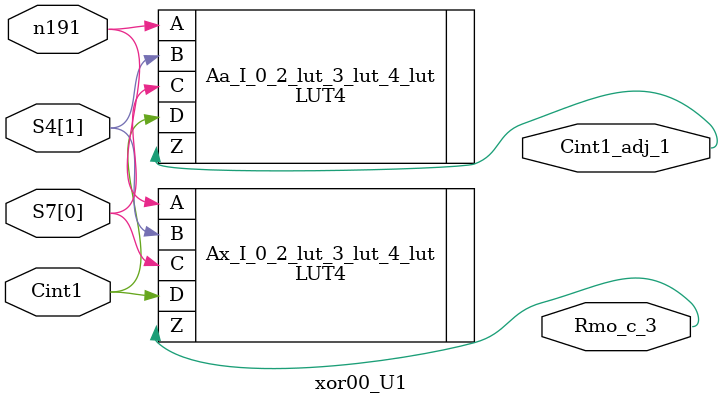
<source format=v>

module mult4bit00 (Ami, Bmi, Rmo);   // /home/nexus/Code/VHDL/Arquitectura/mult4bit00/mult4bit00.vhdl(7[8:18])
    input [3:0]Ami;   // /home/nexus/Code/VHDL/Arquitectura/mult4bit00/mult4bit00.vhdl(9[3:6])
    input [3:0]Bmi;   // /home/nexus/Code/VHDL/Arquitectura/mult4bit00/mult4bit00.vhdl(10[3:6])
    output [7:0]Rmo;   // /home/nexus/Code/VHDL/Arquitectura/mult4bit00/mult4bit00.vhdl(11[3:6])
    
    
    wire Ami_c_3, Ami_c_2, Ami_c_1, Ami_c_0, Bmi_c_3, Bmi_c_2, Bmi_c_1, 
        Bmi_c_0, Rmo_c_7, Rmo_c_6, Rmo_c_5, Rmo_c_4, Rmo_c_3, Rmo_c_2, 
        Rmo_c_1, Rmo_c_0;
    wire [2:0]S3;   // /home/nexus/Code/VHDL/Arquitectura/mult4bit00/mult4bit00.vhdl(17[12:14])
    wire [2:0]S8;   // /home/nexus/Code/VHDL/Arquitectura/mult4bit00/mult4bit00.vhdl(17[20:22])
    
    wire n187;
    wire [3:0]S2;   // /home/nexus/Code/VHDL/Arquitectura/mult4bit00/mult4bit00.vhdl(18[12:14])
    wire [3:0]S4;   // /home/nexus/Code/VHDL/Arquitectura/mult4bit00/mult4bit00.vhdl(18[16:18])
    wire [3:0]S5;   // /home/nexus/Code/VHDL/Arquitectura/mult4bit00/mult4bit00.vhdl(18[20:22])
    wire [3:0]S7;   // /home/nexus/Code/VHDL/Arquitectura/mult4bit00/mult4bit00.vhdl(18[23:25])
    
    wire GND_net, n186, Cint1, n198, n197, Cint1_adj_4, n193, 
        n192, n191, VCC_net, n188;
    
    VLO i101 (.Z(GND_net));
    IB Ami_pad_0 (.I(Ami[0]), .O(Ami_c_0));   // /home/nexus/Code/VHDL/Arquitectura/mult4bit00/mult4bit00.vhdl(9[3:6])
    PUR PUR_INST (.PUR(VCC_net));
    defparam PUR_INST.RST_PULSE = 1;
    IB Ami_pad_1 (.I(Ami[1]), .O(Ami_c_1));   // /home/nexus/Code/VHDL/Arquitectura/mult4bit00/mult4bit00.vhdl(9[3:6])
    IB Ami_pad_2 (.I(Ami[2]), .O(Ami_c_2));   // /home/nexus/Code/VHDL/Arquitectura/mult4bit00/mult4bit00.vhdl(9[3:6])
    IB Ami_pad_3 (.I(Ami[3]), .O(Ami_c_3));   // /home/nexus/Code/VHDL/Arquitectura/mult4bit00/mult4bit00.vhdl(9[3:6])
    OB Rmo_pad_0 (.I(Rmo_c_0), .O(Rmo[0]));   // /home/nexus/Code/VHDL/Arquitectura/mult4bit00/mult4bit00.vhdl(11[3:6])
    OB Rmo_pad_1 (.I(Rmo_c_1), .O(Rmo[1]));   // /home/nexus/Code/VHDL/Arquitectura/mult4bit00/mult4bit00.vhdl(11[3:6])
    OB Rmo_pad_2 (.I(Rmo_c_2), .O(Rmo[2]));   // /home/nexus/Code/VHDL/Arquitectura/mult4bit00/mult4bit00.vhdl(11[3:6])
    OB Rmo_pad_3 (.I(Rmo_c_3), .O(Rmo[3]));   // /home/nexus/Code/VHDL/Arquitectura/mult4bit00/mult4bit00.vhdl(11[3:6])
    OB Rmo_pad_4 (.I(Rmo_c_4), .O(Rmo[4]));   // /home/nexus/Code/VHDL/Arquitectura/mult4bit00/mult4bit00.vhdl(11[3:6])
    OB Rmo_pad_5 (.I(Rmo_c_5), .O(Rmo[5]));   // /home/nexus/Code/VHDL/Arquitectura/mult4bit00/mult4bit00.vhdl(11[3:6])
    OB Rmo_pad_6 (.I(Rmo_c_6), .O(Rmo[6]));   // /home/nexus/Code/VHDL/Arquitectura/mult4bit00/mult4bit00.vhdl(11[3:6])
    OB Rmo_pad_7 (.I(Rmo_c_7), .O(Rmo[7]));   // /home/nexus/Code/VHDL/Arquitectura/mult4bit00/mult4bit00.vhdl(11[3:6])
    and00_U22 MU07 (.Ami_c_3(Ami_c_3), .Bmi_c_1(Bmi_c_1), .n198(n198), 
            .n193(n193), .Bmi_c_2(Bmi_c_2), .n186(n186), .\S4[2] (S4[2]), 
            .n188(n188));   // /home/nexus/Code/VHDL/Arquitectura/mult4bit00/mult4bit00.vhdl(63[8:13])
    and00_U25 MU01 (.Ami_c_1(Ami_c_1), .Bmi_c_0(Bmi_c_0), .Bmi_c_1(Bmi_c_1), 
            .Ami_c_0(Ami_c_0), .Rmo_c_1(Rmo_c_1));   // /home/nexus/Code/VHDL/Arquitectura/mult4bit00/mult4bit00.vhdl(27[8:13])
    and00_U23 MU06 (.Ami_c_2(Ami_c_2), .Bmi_c_1(Bmi_c_1), .\S2[1] (S2[1]), 
            .n197(n197), .n191(n191), .n193(n193));   // /home/nexus/Code/VHDL/Arquitectura/mult4bit00/mult4bit00.vhdl(57[8:13])
    fa00_U14 MU18 (.\S5[1] (S5[1]), .n188(n188), .Cint1(Cint1_adj_4), 
            .\S7[1] (S7[1]), .Rmo_c_4(Rmo_c_4), .\S8[1] (S8[1]));   // /home/nexus/Code/VHDL/Arquitectura/mult4bit00/mult4bit00.vhdl(142[8:12])
    and00_U13 MU20 (.Ami_c_0(Ami_c_0), .Bmi_c_3(Bmi_c_3), .\S7[0] (S7[0]));   // /home/nexus/Code/VHDL/Arquitectura/mult4bit00/mult4bit00.vhdl(159[8:13])
    and00_U17 MU13 (.Ami_c_1(Ami_c_1), .Bmi_c_2(Bmi_c_2), .\S4[1] (S4[1]));   // /home/nexus/Code/VHDL/Arquitectura/mult4bit00/mult4bit00.vhdl(108[8:13])
    and00_U12 MU21 (.Ami_c_1(Ami_c_1), .Bmi_c_3(Bmi_c_3), .\S7[1] (S7[1]));   // /home/nexus/Code/VHDL/Arquitectura/mult4bit00/mult4bit00.vhdl(165[8:13])
    fa00_U21 MU09 (.Bmi_c_0(Bmi_c_0), .Bmi_c_1(Bmi_c_1), .Ami_c_1(Ami_c_1), 
            .\S2[1] (S2[1]), .Ami_c_2(Ami_c_2), .Ami_c_0(Ami_c_0), .\S3[0] (S3[0]));   // /home/nexus/Code/VHDL/Arquitectura/mult4bit00/mult4bit00.vhdl(77[8:12])
    and00_U10 MU23 (.Ami_c_3(Ami_c_3), .Bmi_c_3(Bmi_c_3), .\S8[2] (S8[2]), 
            .n187(n187), .Rmo_c_6(Rmo_c_6), .Rmo_c_7(Rmo_c_7));   // /home/nexus/Code/VHDL/Arquitectura/mult4bit00/mult4bit00.vhdl(177[8:13])
    and00_U16 MU14 (.Ami_c_2(Ami_c_2), .Bmi_c_2(Bmi_c_2), .\S4[2] (S4[2]));   // /home/nexus/Code/VHDL/Arquitectura/mult4bit00/mult4bit00.vhdl(114[8:13])
    fa00 MU19 (.\S5[2] (S5[2]), .n186(n186), .\S8[1] (S8[1]), .\S7[2] (S7[2]), 
         .Rmo_c_5(Rmo_c_5), .\S8[2] (S8[2]));   // /home/nexus/Code/VHDL/Arquitectura/mult4bit00/mult4bit00.vhdl(151[8:12])
    fa00_U20 MU10 (.\S2[1] (S2[1]), .n192(n192), .Cint1(Cint1), .\S4[1] (S4[1]), 
            .\S5[1] (S5[1]));   // /home/nexus/Code/VHDL/Arquitectura/mult4bit00/mult4bit00.vhdl(85[8:12])
    and00_U24 MU03 (.Ami_c_3(Ami_c_3), .Bmi_c_0(Bmi_c_0), .n197(n197), 
            .Bmi_c_1(Bmi_c_1), .Ami_c_2(Ami_c_2), .n192(n192));   // /home/nexus/Code/VHDL/Arquitectura/mult4bit00/mult4bit00.vhdl(39[8:13])
    and00_U18 MU12 (.Ami_c_0(Ami_c_0), .Bmi_c_2(Bmi_c_2), .\S3[0] (S3[0]), 
            .Rmo_c_2(Rmo_c_2), .Cint1(Cint1));   // /home/nexus/Code/VHDL/Arquitectura/mult4bit00/mult4bit00.vhdl(102[8:13])
    GSR GSR_INST (.GSR(VCC_net));
    IB Bmi_pad_0 (.I(Bmi[0]), .O(Bmi_c_0));   // /home/nexus/Code/VHDL/Arquitectura/mult4bit00/mult4bit00.vhdl(10[3:6])
    IB Bmi_pad_1 (.I(Bmi[1]), .O(Bmi_c_1));   // /home/nexus/Code/VHDL/Arquitectura/mult4bit00/mult4bit00.vhdl(10[3:6])
    IB Bmi_pad_2 (.I(Bmi[2]), .O(Bmi_c_2));   // /home/nexus/Code/VHDL/Arquitectura/mult4bit00/mult4bit00.vhdl(10[3:6])
    IB Bmi_pad_3 (.I(Bmi[3]), .O(Bmi_c_3));   // /home/nexus/Code/VHDL/Arquitectura/mult4bit00/mult4bit00.vhdl(10[3:6])
    and00_U11 MU22 (.Ami_c_2(Ami_c_2), .Bmi_c_3(Bmi_c_3), .\S7[2] (S7[2]));   // /home/nexus/Code/VHDL/Arquitectura/mult4bit00/mult4bit00.vhdl(171[8:13])
    and00_U26 MU00 (.Ami_c_0(Ami_c_0), .Bmi_c_0(Bmi_c_0), .Rmo_c_0(Rmo_c_0));   // /home/nexus/Code/VHDL/Arquitectura/mult4bit00/mult4bit00.vhdl(21[8:13])
    fa00_U19 MU11 (.n193(n193), .n198(n198), .\S5[1] (S5[1]), .\S4[2] (S4[2]), 
            .\S5[2] (S5[2]), .n187(n187), .Bmi_c_2(Bmi_c_2), .Ami_c_3(Ami_c_3), 
            .Bmi_c_1(Bmi_c_1));   // /home/nexus/Code/VHDL/Arquitectura/mult4bit00/mult4bit00.vhdl(94[8:12])
    fa00_U15 MU17 (.n191(n191), .\S4[1] (S4[1]), .\S7[0] (S7[0]), .Cint1(Cint1), 
            .Rmo_c_3(Rmo_c_3), .Cint1_adj_3(Cint1_adj_4));   // /home/nexus/Code/VHDL/Arquitectura/mult4bit00/mult4bit00.vhdl(134[8:12])
    TSALL TSALL_INST (.TSALL(GND_net));
    VHI i102 (.Z(VCC_net));
    
endmodule
//
// Verilog Description of module PUR
// module not written out since it is a black-box. 
//

//
// Verilog Description of module and00_U22
//

module and00_U22 (Ami_c_3, Bmi_c_1, n198, n193, Bmi_c_2, n186, \S4[2] , 
            n188);
    input Ami_c_3;
    input Bmi_c_1;
    output n198;
    input n193;
    input Bmi_c_2;
    output n186;
    input \S4[2] ;
    output n188;
    
    
    LUT4 Aa_I_0_2_lut_rep_13 (.A(Ami_c_3), .B(Bmi_c_1), .Z(n198)) /* synthesis lut_function=(A (B)) */ ;   // /home/nexus/Code/VHDL/Arquitectura/fa00VHDL/and00.vhdl(16[15:24])
    defparam Aa_I_0_2_lut_rep_13.init = 16'h8888;
    LUT4 Ax_I_0_2_lut_rep_1_3_lut_4_lut_4_lut (.A(Ami_c_3), .B(Bmi_c_1), 
         .C(n193), .D(Bmi_c_2), .Z(n186)) /* synthesis lut_function=(!((B (C (D)+!C !(D))+!B !(D))+!A)) */ ;   // /home/nexus/Code/VHDL/Arquitectura/fa00VHDL/and00.vhdl(16[15:24])
    defparam Ax_I_0_2_lut_rep_1_3_lut_4_lut_4_lut.init = 16'h2a80;
    LUT4 Ax_I_0_2_lut_rep_3_3_lut_4_lut (.A(Ami_c_3), .B(Bmi_c_1), .C(\S4[2] ), 
         .D(n193), .Z(n188)) /* synthesis lut_function=(A (B (C (D)+!C !(D))+!B !(C (D)+!C !(D)))+!A !(C (D)+!C !(D))) */ ;   // /home/nexus/Code/VHDL/Arquitectura/fa00VHDL/and00.vhdl(16[15:24])
    defparam Ax_I_0_2_lut_rep_3_3_lut_4_lut.init = 16'h8778;
    
endmodule
//
// Verilog Description of module and00_U25
//

module and00_U25 (Ami_c_1, Bmi_c_0, Bmi_c_1, Ami_c_0, Rmo_c_1);
    input Ami_c_1;
    input Bmi_c_0;
    input Bmi_c_1;
    input Ami_c_0;
    output Rmo_c_1;
    
    
    LUT4 Ax_I_0_2_lut_3_lut_4_lut (.A(Ami_c_1), .B(Bmi_c_0), .C(Bmi_c_1), 
         .D(Ami_c_0), .Z(Rmo_c_1)) /* synthesis lut_function=(!(A (B (C (D))+!B !(C (D)))+!A !(C (D)))) */ ;   // /home/nexus/Code/VHDL/Arquitectura/fa00VHDL/and00.vhdl(16[15:24])
    defparam Ax_I_0_2_lut_3_lut_4_lut.init = 16'h7888;
    
endmodule
//
// Verilog Description of module and00_U23
//

module and00_U23 (Ami_c_2, Bmi_c_1, \S2[1] , n197, n191, n193);
    input Ami_c_2;
    input Bmi_c_1;
    input \S2[1] ;
    input n197;
    output n191;
    output n193;
    
    
    LUT4 Ax_I_0_2_lut_rep_6_3_lut_4_lut (.A(Ami_c_2), .B(Bmi_c_1), .C(\S2[1] ), 
         .D(n197), .Z(n191)) /* synthesis lut_function=(A (B (C (D)+!C !(D))+!B !(C (D)+!C !(D)))+!A !(C (D)+!C !(D))) */ ;   // /home/nexus/Code/VHDL/Arquitectura/fa00VHDL/and00.vhdl(16[15:24])
    defparam Ax_I_0_2_lut_rep_6_3_lut_4_lut.init = 16'h8778;
    LUT4 Ao_I_0_4_lut_3_lut_rep_8_4_lut (.A(Ami_c_2), .B(Bmi_c_1), .C(\S2[1] ), 
         .D(n197), .Z(n193)) /* synthesis lut_function=(A (B (C+(D))+!B (C (D)))+!A (C (D))) */ ;   // /home/nexus/Code/VHDL/Arquitectura/fa00VHDL/and00.vhdl(16[15:24])
    defparam Ao_I_0_4_lut_3_lut_rep_8_4_lut.init = 16'hf880;
    
endmodule
//
// Verilog Description of module fa00_U14
//

module fa00_U14 (\S5[1] , n188, Cint1, \S7[1] , Rmo_c_4, \S8[1] );
    input \S5[1] ;
    input n188;
    input Cint1;
    input \S7[1] ;
    output Rmo_c_4;
    output \S8[1] ;
    
    
    ha00_U5 FA01 (.\S5[1] (\S5[1] ), .n188(n188), .Cint1(Cint1), .\S7[1] (\S7[1] ), 
            .Rmo_c_4(Rmo_c_4), .\S8[1] (\S8[1] ));   // /home/nexus/Code/VHDL/Arquitectura/fa00VHDL/fa00.vhdl(26[7:11])
    
endmodule
//
// Verilog Description of module ha00_U5
//

module ha00_U5 (\S5[1] , n188, Cint1, \S7[1] , Rmo_c_4, \S8[1] );
    input \S5[1] ;
    input n188;
    input Cint1;
    input \S7[1] ;
    output Rmo_c_4;
    output \S8[1] ;
    
    
    xor00_U0 HA01 (.\S5[1] (\S5[1] ), .n188(n188), .Cint1(Cint1), .\S7[1] (\S7[1] ), 
            .Rmo_c_4(Rmo_c_4), .\S8[1] (\S8[1] ));   // /home/nexus/Code/VHDL/Arquitectura/fa00VHDL/ha00.vhdl(24[7:12])
    
endmodule
//
// Verilog Description of module xor00_U0
//

module xor00_U0 (\S5[1] , n188, Cint1, \S7[1] , Rmo_c_4, \S8[1] );
    input \S5[1] ;
    input n188;
    input Cint1;
    input \S7[1] ;
    output Rmo_c_4;
    output \S8[1] ;
    
    
    LUT4 Ax_I_0_2_lut_3_lut_4_lut (.A(\S5[1] ), .B(n188), .C(Cint1), .D(\S7[1] ), 
         .Z(Rmo_c_4)) /* synthesis lut_function=(!(A (B (C (D)+!C !(D))+!B !(C (D)+!C !(D)))+!A !(B (C (D)+!C !(D))+!B !(C (D)+!C !(D))))) */ ;   // /home/nexus/Code/VHDL/Arquitectura/fa00VHDL/xor00.vhdl(16[15:24])
    defparam Ax_I_0_2_lut_3_lut_4_lut.init = 16'h6996;
    LUT4 Ao_I_0_4_lut_3_lut_4_lut (.A(\S5[1] ), .B(n188), .C(Cint1), .D(\S7[1] ), 
         .Z(\S8[1] )) /* synthesis lut_function=(A (B (C (D))+!B (C+(D)))+!A (B (C+(D))+!B (C (D)))) */ ;   // /home/nexus/Code/VHDL/Arquitectura/fa00VHDL/xor00.vhdl(16[15:24])
    defparam Ao_I_0_4_lut_3_lut_4_lut.init = 16'hf660;
    
endmodule
//
// Verilog Description of module and00_U13
//

module and00_U13 (Ami_c_0, Bmi_c_3, \S7[0] );
    input Ami_c_0;
    input Bmi_c_3;
    output \S7[0] ;
    
    
    LUT4 Aa_I_0_2_lut (.A(Ami_c_0), .B(Bmi_c_3), .Z(\S7[0] )) /* synthesis lut_function=(A (B)) */ ;   // /home/nexus/Code/VHDL/Arquitectura/fa00VHDL/and00.vhdl(16[15:24])
    defparam Aa_I_0_2_lut.init = 16'h8888;
    
endmodule
//
// Verilog Description of module and00_U17
//

module and00_U17 (Ami_c_1, Bmi_c_2, \S4[1] );
    input Ami_c_1;
    input Bmi_c_2;
    output \S4[1] ;
    
    
    LUT4 Aa_I_0_2_lut (.A(Ami_c_1), .B(Bmi_c_2), .Z(\S4[1] )) /* synthesis lut_function=(A (B)) */ ;   // /home/nexus/Code/VHDL/Arquitectura/fa00VHDL/and00.vhdl(16[15:24])
    defparam Aa_I_0_2_lut.init = 16'h8888;
    
endmodule
//
// Verilog Description of module and00_U12
//

module and00_U12 (Ami_c_1, Bmi_c_3, \S7[1] );
    input Ami_c_1;
    input Bmi_c_3;
    output \S7[1] ;
    
    
    LUT4 Aa_I_0_2_lut (.A(Ami_c_1), .B(Bmi_c_3), .Z(\S7[1] )) /* synthesis lut_function=(A (B)) */ ;   // /home/nexus/Code/VHDL/Arquitectura/fa00VHDL/and00.vhdl(16[15:24])
    defparam Aa_I_0_2_lut.init = 16'h8888;
    
endmodule
//
// Verilog Description of module fa00_U21
//

module fa00_U21 (Bmi_c_0, Bmi_c_1, Ami_c_1, \S2[1] , Ami_c_2, Ami_c_0, 
            \S3[0] );
    input Bmi_c_0;
    input Bmi_c_1;
    input Ami_c_1;
    output \S2[1] ;
    input Ami_c_2;
    input Ami_c_0;
    output \S3[0] ;
    
    
    or00 FA02 (.Bmi_c_0(Bmi_c_0), .Bmi_c_1(Bmi_c_1), .Ami_c_1(Ami_c_1), 
         .\S2[1] (\S2[1] ), .Ami_c_2(Ami_c_2), .Ami_c_0(Ami_c_0));   // /home/nexus/Code/VHDL/Arquitectura/fa00VHDL/fa00.vhdl(33[7:11])
    ha00_U9 FA01 (.Ami_c_2(Ami_c_2), .Ami_c_0(Ami_c_0), .Bmi_c_0(Bmi_c_0), 
            .Bmi_c_1(Bmi_c_1), .Ami_c_1(Ami_c_1), .\S3[0] (\S3[0] ));   // /home/nexus/Code/VHDL/Arquitectura/fa00VHDL/fa00.vhdl(26[7:11])
    
endmodule
//
// Verilog Description of module or00
//

module or00 (Bmi_c_0, Bmi_c_1, Ami_c_1, \S2[1] , Ami_c_2, Ami_c_0);
    input Bmi_c_0;
    input Bmi_c_1;
    input Ami_c_1;
    output \S2[1] ;
    input Ami_c_2;
    input Ami_c_0;
    
    
    wire n4;
    
    LUT4 i3_4_lut (.A(Bmi_c_0), .B(Bmi_c_1), .C(Ami_c_1), .D(n4), .Z(\S2[1] )) /* synthesis lut_function=(A (B (C (D)))) */ ;   // /home/nexus/Code/VHDL/Arquitectura/fa00VHDL/or00.vhdl(16[15:23])
    defparam i3_4_lut.init = 16'h8000;
    LUT4 i1_2_lut (.A(Ami_c_2), .B(Ami_c_0), .Z(n4)) /* synthesis lut_function=(A+(B)) */ ;   // /home/nexus/Code/VHDL/Arquitectura/fa00VHDL/or00.vhdl(16[15:23])
    defparam i1_2_lut.init = 16'heeee;
    
endmodule
//
// Verilog Description of module ha00_U9
//

module ha00_U9 (Ami_c_2, Ami_c_0, Bmi_c_0, Bmi_c_1, Ami_c_1, \S3[0] );
    input Ami_c_2;
    input Ami_c_0;
    input Bmi_c_0;
    input Bmi_c_1;
    input Ami_c_1;
    output \S3[0] ;
    
    
    xor00_U4 HA01 (.Ami_c_2(Ami_c_2), .Ami_c_0(Ami_c_0), .Bmi_c_0(Bmi_c_0), 
            .Bmi_c_1(Bmi_c_1), .Ami_c_1(Ami_c_1), .\S3[0] (\S3[0] ));   // /home/nexus/Code/VHDL/Arquitectura/fa00VHDL/ha00.vhdl(24[7:12])
    
endmodule
//
// Verilog Description of module xor00_U4
//

module xor00_U4 (Ami_c_2, Ami_c_0, Bmi_c_0, Bmi_c_1, Ami_c_1, \S3[0] );
    input Ami_c_2;
    input Ami_c_0;
    input Bmi_c_0;
    input Bmi_c_1;
    input Ami_c_1;
    output \S3[0] ;
    
    
    wire n183, n184;
    
    LUT4 Ami_c_1_bdd_4_lut (.A(Ami_c_2), .B(Ami_c_0), .C(Bmi_c_0), .D(Bmi_c_1), 
         .Z(n183)) /* synthesis lut_function=(A (B (C+(D))+!B !(C (D)+!C !(D)))+!A !(B (C+!(D))+!B !(D))) */ ;
    defparam Ami_c_1_bdd_4_lut.init = 16'h9fa0;
    PFUMX i95 (.BLUT(n184), .ALUT(n183), .C0(Ami_c_1), .Z(\S3[0] ));
    LUT4 Ami_c_1_bdd_2_lut (.A(Ami_c_2), .B(Bmi_c_0), .Z(n184)) /* synthesis lut_function=(A (B)) */ ;
    defparam Ami_c_1_bdd_2_lut.init = 16'h8888;
    
endmodule
//
// Verilog Description of module and00_U10
//

module and00_U10 (Ami_c_3, Bmi_c_3, \S8[2] , n187, Rmo_c_6, Rmo_c_7);
    input Ami_c_3;
    input Bmi_c_3;
    input \S8[2] ;
    input n187;
    output Rmo_c_6;
    output Rmo_c_7;
    
    
    LUT4 Ax_I_0_2_lut_3_lut_4_lut (.A(Ami_c_3), .B(Bmi_c_3), .C(\S8[2] ), 
         .D(n187), .Z(Rmo_c_6)) /* synthesis lut_function=(A (B (C (D)+!C !(D))+!B !(C (D)+!C !(D)))+!A !(C (D)+!C !(D))) */ ;   // /home/nexus/Code/VHDL/Arquitectura/fa00VHDL/and00.vhdl(16[15:24])
    defparam Ax_I_0_2_lut_3_lut_4_lut.init = 16'h8778;
    LUT4 Ao_I_0_4_lut_3_lut_4_lut (.A(Ami_c_3), .B(Bmi_c_3), .C(\S8[2] ), 
         .D(n187), .Z(Rmo_c_7)) /* synthesis lut_function=(A (B (C+(D))+!B (C (D)))+!A (C (D))) */ ;   // /home/nexus/Code/VHDL/Arquitectura/fa00VHDL/and00.vhdl(16[15:24])
    defparam Ao_I_0_4_lut_3_lut_4_lut.init = 16'hf880;
    
endmodule
//
// Verilog Description of module and00_U16
//

module and00_U16 (Ami_c_2, Bmi_c_2, \S4[2] );
    input Ami_c_2;
    input Bmi_c_2;
    output \S4[2] ;
    
    
    LUT4 Aa_I_0_2_lut (.A(Ami_c_2), .B(Bmi_c_2), .Z(\S4[2] )) /* synthesis lut_function=(A (B)) */ ;   // /home/nexus/Code/VHDL/Arquitectura/fa00VHDL/and00.vhdl(16[15:24])
    defparam Aa_I_0_2_lut.init = 16'h8888;
    
endmodule
//
// Verilog Description of module fa00
//

module fa00 (\S5[2] , n186, \S8[1] , \S7[2] , Rmo_c_5, \S8[2] );
    input \S5[2] ;
    input n186;
    input \S8[1] ;
    input \S7[2] ;
    output Rmo_c_5;
    output \S8[2] ;
    
    
    ha00 FA01 (.\S5[2] (\S5[2] ), .n186(n186), .\S8[1] (\S8[1] ), .\S7[2] (\S7[2] ), 
         .Rmo_c_5(Rmo_c_5), .\S8[2] (\S8[2] ));   // /home/nexus/Code/VHDL/Arquitectura/fa00VHDL/fa00.vhdl(26[7:11])
    
endmodule
//
// Verilog Description of module ha00
//

module ha00 (\S5[2] , n186, \S8[1] , \S7[2] , Rmo_c_5, \S8[2] );
    input \S5[2] ;
    input n186;
    input \S8[1] ;
    input \S7[2] ;
    output Rmo_c_5;
    output \S8[2] ;
    
    
    xor00 HA01 (.\S5[2] (\S5[2] ), .n186(n186), .\S8[1] (\S8[1] ), .\S7[2] (\S7[2] ), 
          .Rmo_c_5(Rmo_c_5), .\S8[2] (\S8[2] ));   // /home/nexus/Code/VHDL/Arquitectura/fa00VHDL/ha00.vhdl(24[7:12])
    
endmodule
//
// Verilog Description of module xor00
//

module xor00 (\S5[2] , n186, \S8[1] , \S7[2] , Rmo_c_5, \S8[2] );
    input \S5[2] ;
    input n186;
    input \S8[1] ;
    input \S7[2] ;
    output Rmo_c_5;
    output \S8[2] ;
    
    
    LUT4 Ax_I_0_2_lut_3_lut_4_lut (.A(\S5[2] ), .B(n186), .C(\S8[1] ), 
         .D(\S7[2] ), .Z(Rmo_c_5)) /* synthesis lut_function=(!(A (B (C (D)+!C !(D))+!B !(C (D)+!C !(D)))+!A !(B (C (D)+!C !(D))+!B !(C (D)+!C !(D))))) */ ;   // /home/nexus/Code/VHDL/Arquitectura/fa00VHDL/xor00.vhdl(16[15:24])
    defparam Ax_I_0_2_lut_3_lut_4_lut.init = 16'h6996;
    LUT4 Ao_I_0_4_lut_3_lut_4_lut (.A(\S5[2] ), .B(n186), .C(\S8[1] ), 
         .D(\S7[2] ), .Z(\S8[2] )) /* synthesis lut_function=(A (B (C (D))+!B (C+(D)))+!A (B (C+(D))+!B (C (D)))) */ ;   // /home/nexus/Code/VHDL/Arquitectura/fa00VHDL/xor00.vhdl(16[15:24])
    defparam Ao_I_0_4_lut_3_lut_4_lut.init = 16'hf660;
    
endmodule
//
// Verilog Description of module fa00_U20
//

module fa00_U20 (\S2[1] , n192, Cint1, \S4[1] , \S5[1] );
    input \S2[1] ;
    input n192;
    input Cint1;
    input \S4[1] ;
    output \S5[1] ;
    
    
    ha00_U8 FA01 (.\S2[1] (\S2[1] ), .n192(n192), .Cint1(Cint1), .\S4[1] (\S4[1] ), 
            .\S5[1] (\S5[1] ));   // /home/nexus/Code/VHDL/Arquitectura/fa00VHDL/fa00.vhdl(26[7:11])
    
endmodule
//
// Verilog Description of module ha00_U8
//

module ha00_U8 (\S2[1] , n192, Cint1, \S4[1] , \S5[1] );
    input \S2[1] ;
    input n192;
    input Cint1;
    input \S4[1] ;
    output \S5[1] ;
    
    
    xor00_U3 HA01 (.\S2[1] (\S2[1] ), .n192(n192), .Cint1(Cint1), .\S4[1] (\S4[1] ), 
            .\S5[1] (\S5[1] ));   // /home/nexus/Code/VHDL/Arquitectura/fa00VHDL/ha00.vhdl(24[7:12])
    
endmodule
//
// Verilog Description of module xor00_U3
//

module xor00_U3 (\S2[1] , n192, Cint1, \S4[1] , \S5[1] );
    input \S2[1] ;
    input n192;
    input Cint1;
    input \S4[1] ;
    output \S5[1] ;
    
    
    LUT4 Ao_I_0_4_lut_3_lut_4_lut (.A(\S2[1] ), .B(n192), .C(Cint1), .D(\S4[1] ), 
         .Z(\S5[1] )) /* synthesis lut_function=(A (B (C (D))+!B (C+(D)))+!A (B (C+(D))+!B (C (D)))) */ ;   // /home/nexus/Code/VHDL/Arquitectura/fa00VHDL/xor00.vhdl(16[15:24])
    defparam Ao_I_0_4_lut_3_lut_4_lut.init = 16'hf660;
    
endmodule
//
// Verilog Description of module and00_U24
//

module and00_U24 (Ami_c_3, Bmi_c_0, n197, Bmi_c_1, Ami_c_2, n192);
    input Ami_c_3;
    input Bmi_c_0;
    output n197;
    input Bmi_c_1;
    input Ami_c_2;
    output n192;
    
    
    LUT4 Aa_I_0_2_lut_rep_12 (.A(Ami_c_3), .B(Bmi_c_0), .Z(n197)) /* synthesis lut_function=(A (B)) */ ;   // /home/nexus/Code/VHDL/Arquitectura/fa00VHDL/and00.vhdl(16[15:24])
    defparam Aa_I_0_2_lut_rep_12.init = 16'h8888;
    LUT4 Ax_I_0_2_lut_rep_7_3_lut_4_lut (.A(Ami_c_3), .B(Bmi_c_0), .C(Bmi_c_1), 
         .D(Ami_c_2), .Z(n192)) /* synthesis lut_function=(!(A (B (C (D))+!B !(C (D)))+!A !(C (D)))) */ ;   // /home/nexus/Code/VHDL/Arquitectura/fa00VHDL/and00.vhdl(16[15:24])
    defparam Ax_I_0_2_lut_rep_7_3_lut_4_lut.init = 16'h7888;
    
endmodule
//
// Verilog Description of module and00_U18
//

module and00_U18 (Ami_c_0, Bmi_c_2, \S3[0] , Rmo_c_2, Cint1);
    input Ami_c_0;
    input Bmi_c_2;
    input \S3[0] ;
    output Rmo_c_2;
    output Cint1;
    
    
    LUT4 Ax_I_0_2_lut_3_lut (.A(Ami_c_0), .B(Bmi_c_2), .C(\S3[0] ), .Z(Rmo_c_2)) /* synthesis lut_function=(!(A (B (C)+!B !(C))+!A !(C))) */ ;   // /home/nexus/Code/VHDL/Arquitectura/fa00VHDL/and00.vhdl(16[15:24])
    defparam Ax_I_0_2_lut_3_lut.init = 16'h7878;
    LUT4 Aa_I_0_2_lut_3_lut (.A(Ami_c_0), .B(Bmi_c_2), .C(\S3[0] ), .Z(Cint1)) /* synthesis lut_function=(A (B (C))) */ ;   // /home/nexus/Code/VHDL/Arquitectura/fa00VHDL/and00.vhdl(16[15:24])
    defparam Aa_I_0_2_lut_3_lut.init = 16'h8080;
    
endmodule
//
// Verilog Description of module and00_U11
//

module and00_U11 (Ami_c_2, Bmi_c_3, \S7[2] );
    input Ami_c_2;
    input Bmi_c_3;
    output \S7[2] ;
    
    
    LUT4 Aa_I_0_2_lut (.A(Ami_c_2), .B(Bmi_c_3), .Z(\S7[2] )) /* synthesis lut_function=(A (B)) */ ;   // /home/nexus/Code/VHDL/Arquitectura/fa00VHDL/and00.vhdl(16[15:24])
    defparam Aa_I_0_2_lut.init = 16'h8888;
    
endmodule
//
// Verilog Description of module and00_U26
//

module and00_U26 (Ami_c_0, Bmi_c_0, Rmo_c_0);
    input Ami_c_0;
    input Bmi_c_0;
    output Rmo_c_0;
    
    
    LUT4 Aa_I_0_2_lut (.A(Ami_c_0), .B(Bmi_c_0), .Z(Rmo_c_0)) /* synthesis lut_function=(A (B)) */ ;   // /home/nexus/Code/VHDL/Arquitectura/fa00VHDL/and00.vhdl(16[15:24])
    defparam Aa_I_0_2_lut.init = 16'h8888;
    
endmodule
//
// Verilog Description of module fa00_U19
//

module fa00_U19 (n193, n198, \S5[1] , \S4[2] , \S5[2] , n187, Bmi_c_2, 
            Ami_c_3, Bmi_c_1);
    input n193;
    input n198;
    input \S5[1] ;
    input \S4[2] ;
    output \S5[2] ;
    output n187;
    input Bmi_c_2;
    input Ami_c_3;
    input Bmi_c_1;
    
    
    ha00_U7 FA01 (.n193(n193), .n198(n198), .\S5[1] (\S5[1] ), .\S4[2] (\S4[2] ), 
            .\S5[2] (\S5[2] ), .n187(n187), .Bmi_c_2(Bmi_c_2), .Ami_c_3(Ami_c_3), 
            .Bmi_c_1(Bmi_c_1));   // /home/nexus/Code/VHDL/Arquitectura/fa00VHDL/fa00.vhdl(26[7:11])
    
endmodule
//
// Verilog Description of module ha00_U7
//

module ha00_U7 (n193, n198, \S5[1] , \S4[2] , \S5[2] , n187, Bmi_c_2, 
            Ami_c_3, Bmi_c_1);
    input n193;
    input n198;
    input \S5[1] ;
    input \S4[2] ;
    output \S5[2] ;
    output n187;
    input Bmi_c_2;
    input Ami_c_3;
    input Bmi_c_1;
    
    
    xor00_U2 HA01 (.n193(n193), .n198(n198), .\S5[1] (\S5[1] ), .\S4[2] (\S4[2] ), 
            .\S5[2] (\S5[2] ));   // /home/nexus/Code/VHDL/Arquitectura/fa00VHDL/ha00.vhdl(24[7:12])
    and00 HA00 (.n193(n193), .n187(n187), .\S5[2] (\S5[2] ), .Bmi_c_2(Bmi_c_2), 
          .Ami_c_3(Ami_c_3), .Bmi_c_1(Bmi_c_1));   // /home/nexus/Code/VHDL/Arquitectura/fa00VHDL/ha00.vhdl(18[7:12])
    
endmodule
//
// Verilog Description of module xor00_U2
//

module xor00_U2 (n193, n198, \S5[1] , \S4[2] , \S5[2] );
    input n193;
    input n198;
    input \S5[1] ;
    input \S4[2] ;
    output \S5[2] ;
    
    
    LUT4 Ao_I_0_4_lut_3_lut_4_lut (.A(n193), .B(n198), .C(\S5[1] ), .D(\S4[2] ), 
         .Z(\S5[2] )) /* synthesis lut_function=(A (B (C (D))+!B (C+(D)))+!A (B (C+(D))+!B (C (D)))) */ ;   // /home/nexus/Code/VHDL/Arquitectura/fa00VHDL/xor00.vhdl(16[15:24])
    defparam Ao_I_0_4_lut_3_lut_4_lut.init = 16'hf660;
    
endmodule
//
// Verilog Description of module and00
//

module and00 (n193, n187, \S5[2] , Bmi_c_2, Ami_c_3, Bmi_c_1);
    input n193;
    output n187;
    input \S5[2] ;
    input Bmi_c_2;
    input Ami_c_3;
    input Bmi_c_1;
    
    
    wire n199, n200;
    
    PFUMX i97 (.BLUT(n199), .ALUT(n200), .C0(n193), .Z(n187));
    LUT4 Ao_I_0_4_lut_3_lut_rep_2_4_lut_then_4_lut (.A(\S5[2] ), .B(Bmi_c_2), 
         .C(Ami_c_3), .D(Bmi_c_1), .Z(n200)) /* synthesis lut_function=(A (B (C)+!B (C (D)))+!A (B (C (D)))) */ ;   // /home/nexus/Code/VHDL/Arquitectura/fa00VHDL/and00.vhdl(16[15:24])
    defparam Ao_I_0_4_lut_3_lut_rep_2_4_lut_then_4_lut.init = 16'he080;
    LUT4 Ao_I_0_4_lut_3_lut_rep_2_4_lut_else_4_lut (.A(\S5[2] ), .B(Bmi_c_2), 
         .C(Ami_c_3), .Z(n199)) /* synthesis lut_function=(A (B (C))) */ ;   // /home/nexus/Code/VHDL/Arquitectura/fa00VHDL/and00.vhdl(16[15:24])
    defparam Ao_I_0_4_lut_3_lut_rep_2_4_lut_else_4_lut.init = 16'h8080;
    
endmodule
//
// Verilog Description of module fa00_U15
//

module fa00_U15 (n191, \S4[1] , \S7[0] , Cint1, Rmo_c_3, Cint1_adj_3);
    input n191;
    input \S4[1] ;
    input \S7[0] ;
    input Cint1;
    output Rmo_c_3;
    output Cint1_adj_3;
    
    
    ha00_U6 FA00 (.n191(n191), .\S4[1] (\S4[1] ), .\S7[0] (\S7[0] ), .Cint1(Cint1), 
            .Rmo_c_3(Rmo_c_3), .Cint1_adj_2(Cint1_adj_3));   // /home/nexus/Code/VHDL/Arquitectura/fa00VHDL/fa00.vhdl(19[7:11])
    
endmodule
//
// Verilog Description of module ha00_U6
//

module ha00_U6 (n191, \S4[1] , \S7[0] , Cint1, Rmo_c_3, Cint1_adj_2);
    input n191;
    input \S4[1] ;
    input \S7[0] ;
    input Cint1;
    output Rmo_c_3;
    output Cint1_adj_2;
    
    
    xor00_U1 HA01 (.n191(n191), .\S4[1] (\S4[1] ), .\S7[0] (\S7[0] ), 
            .Cint1(Cint1), .Rmo_c_3(Rmo_c_3), .Cint1_adj_1(Cint1_adj_2));   // /home/nexus/Code/VHDL/Arquitectura/fa00VHDL/ha00.vhdl(24[7:12])
    
endmodule
//
// Verilog Description of module xor00_U1
//

module xor00_U1 (n191, \S4[1] , \S7[0] , Cint1, Rmo_c_3, Cint1_adj_1);
    input n191;
    input \S4[1] ;
    input \S7[0] ;
    input Cint1;
    output Rmo_c_3;
    output Cint1_adj_1;
    
    
    LUT4 Ax_I_0_2_lut_3_lut_4_lut (.A(n191), .B(\S4[1] ), .C(\S7[0] ), 
         .D(Cint1), .Z(Rmo_c_3)) /* synthesis lut_function=(!(A (B (C (D)+!C !(D))+!B !(C (D)+!C !(D)))+!A !(B (C (D)+!C !(D))+!B !(C (D)+!C !(D))))) */ ;   // /home/nexus/Code/VHDL/Arquitectura/fa00VHDL/xor00.vhdl(16[15:24])
    defparam Ax_I_0_2_lut_3_lut_4_lut.init = 16'h6996;
    LUT4 Aa_I_0_2_lut_3_lut_4_lut (.A(n191), .B(\S4[1] ), .C(\S7[0] ), 
         .D(Cint1), .Z(Cint1_adj_1)) /* synthesis lut_function=(A (B (C (D))+!B !((D)+!C))+!A !(B ((D)+!C)+!B !(C (D)))) */ ;   // /home/nexus/Code/VHDL/Arquitectura/fa00VHDL/xor00.vhdl(16[15:24])
    defparam Aa_I_0_2_lut_3_lut_4_lut.init = 16'h9060;
    
endmodule
//
// Verilog Description of module TSALL
// module not written out since it is a black-box. 
//


</source>
